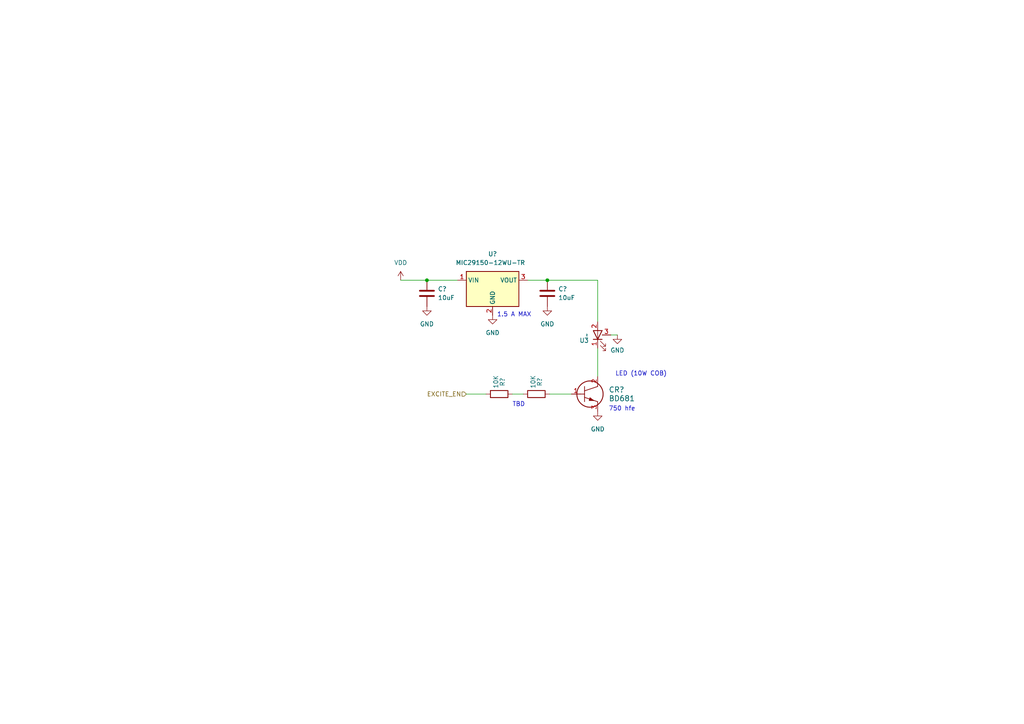
<source format=kicad_sch>
(kicad_sch (version 20230121) (generator eeschema)
  (paper "A4")
  (lib_symbols
    (symbol "Device:C" (pin_numbers hide) (pin_names (offset 0.254))
      (property "Reference" "C" (at 0.635 2.54 0))
      (property "Value" "C" (at 0.635 -2.54 0))
      (symbol "C_0_1"
        (polyline (pts (xy -2.032 -0.762) (xy 2.032 -0.762)) (stroke (width 0.508)))
        (polyline (pts (xy -2.032 0.762) (xy 2.032 0.762)) (stroke (width 0.508)))
      )
      (symbol "C_1_1"
        (pin passive line (at 0 3.81 270) (length 2.794) (name "~") (number "1"))
        (pin passive line (at 0 -3.81 90) (length 2.794) (name "~") (number "2"))
      )
    )
    (symbol "Device:R" (pin_numbers hide) (pin_names (offset 0))
      (property "Reference" "R" (at 2.032 0 90))
      (property "Value" "R" (at 0 0 90))
      (symbol "R_0_1"
        (rectangle (start -1.016 -2.54) (end 1.016 2.54) (stroke (width 0.254)))
      )
      (symbol "R_1_1"
        (pin passive line (at 0 3.81 270) (length 1.27) (name "~") (number "1"))
        (pin passive line (at 0 -3.81 90) (length 1.27) (name "~") (number "2"))
      )
    )
    (symbol "ldo:MIC29150-12WU"
      (property "Reference" "U" (at 0 0 0))
      (symbol "MIC29150-12WU_1_1"
        (rectangle (start -6.985 -1.27) (end 8.255 -11.43) (stroke (width 0.254)) (fill (type background)))
        (pin power_in line (at -9.525 -3.81 0) (length 2.54) (name "VIN") (number "1"))
        (pin power_in line (at 0.635 -13.97 90) (length 2.54) (name "GND") (number "2"))
        (pin power_out line (at 10.795 -3.81 180) (length 2.54) (name "VOUT") (number "3"))
      )
    )
    (symbol "leds:10W_COB"
      (property "Reference" "U" (at 0 0 0))
      (symbol "10W_COB_0_1"
        (polyline (pts (xy -1.27 -4.445) (xy -1.27 -1.905)) (stroke (width 0.254)))
        (polyline (pts (xy -1.27 -3.175) (xy 1.27 -3.175)))
        (polyline (pts (xy 1.27 -4.445) (xy 1.27 -1.905) (xy -1.27 -3.175) (xy 1.27 -4.445)) (stroke (width 0.254)))
        (polyline (pts (xy -3.048 -3.937) (xy -4.572 -5.461) (xy -3.81 -5.461) (xy -4.572 -5.461) (xy -4.572 -4.699)))
        (polyline (pts (xy -1.778 -3.937) (xy -3.302 -5.461) (xy -2.54 -5.461) (xy -3.302 -5.461) (xy -3.302 -4.699)))
      )
      (symbol "10W_COB_1_1"
        (pin passive line (at -3.81 -3.175 0) (length 2.54) (name "") (number "1"))
        (pin passive line (at 3.81 -3.175 180) (length 2.54) (name "") (number "2"))
        (pin passive line (at 0 -6.985 90) (length 2.54) (name "") (number "3"))
      )
    )
    (symbol "power:GND" (power) (pin_names (offset 0))
      (property "Value" "GND" (at 0 -3.81 0))
      (symbol "GND_0_1"
        (polyline (pts (xy 0 0) (xy 0 -1.27) (xy 1.27 -1.27) (xy 0 -2.54) (xy -1.27 -1.27) (xy 0 -1.27)))
      )
      (symbol "GND_1_1"
        (pin power_in line (at 0 0 270) (length 0) hide (name "GND") (number "1"))
      )
    )
    (symbol "power:VDD" (power) (pin_names (offset 0))
      (property "Value" "VDD" (at 0 3.81 0))
      (symbol "VDD_0_1"
        (polyline (pts (xy -0.762 1.27) (xy 0 2.54)))
        (polyline (pts (xy 0 0) (xy 0 2.54)))
        (polyline (pts (xy 0 2.54) (xy 0.762 1.27)))
      )
      (symbol "VDD_1_1"
        (pin power_in line (at 0 0 90) (length 0) hide (name "VDD") (number "1"))
      )
    )
    (symbol "transistors:BD681" (pin_names (offset 0.254))
      (property "Reference" "CR" (at 10.16 2.54 0))
      (property "Value" "BD681" (at 10.16 -2.54 0))
      (symbol "BD681_0_1"
        (polyline (pts (xy 2.54 0) (xy 3.81 0)) (stroke (width 0.2032)))
        (polyline (pts (xy 3.81 -2.2098) (xy 3.81 2.2098)) (stroke (width 0.2032)))
        (polyline (pts (xy 3.81 -0.9398) (xy 7.62 -2.2098)) (stroke (width 0.2032)))
        (polyline (pts (xy 3.81 0.9398) (xy 7.62 2.2098)) (stroke (width 0.2032)))
        (polyline (pts (xy 7.62 -2.54) (xy 7.62 -2.2098)) (stroke (width 0.2032)))
        (polyline (pts (xy 7.62 2.2098) (xy 7.62 2.54)) (stroke (width 0.2032)))
        (polyline (pts (xy 5.3848 -0.9398) (xy 5.08 -1.905) (xy 6.6548 -1.905)) (stroke (width 0.0254)) (fill (type outline)))
        (circle (center 5.3848 0) (radius 3.81) (stroke (width 0.254)))
      )
      (symbol "BD681_1_1"
        (pin input line (at 0 0 0) (length 2.54) (name "") (number "1"))
        (pin input line (at 7.62 5.08 270) (length 2.54) (name "") (number "2"))
        (pin output line (at 7.62 -5.08 90) (length 2.54) (name "") (number "3"))
      )
    )
  )
  (junction (at 158.75 81.28))
  (junction (at 123.825 81.28))
  (wire (pts (xy 173.355 81.28) (xy 173.355 93.345)))
  (wire (pts (xy 153.035 81.28) (xy 158.75 81.28)))
  (wire (pts (xy 159.385 114.3) (xy 165.735 114.3)))
  (wire (pts (xy 177.165 97.155) (xy 179.07 97.155)))
  (wire (pts (xy 123.825 81.28) (xy 132.715 81.28)))
  (wire (pts (xy 116.205 81.28) (xy 123.825 81.28)))
  (wire (pts (xy 173.355 100.965) (xy 173.355 109.22)))
  (wire (pts (xy 158.75 81.28) (xy 173.355 81.28)))
  (wire (pts (xy 148.59 114.3) (xy 151.765 114.3)))
  (wire (pts (xy 140.97 114.3) (xy 135.255 114.3)))
  (text "TBD" (at 148.59 118.11 0) (effects (font (size 1.27 1.27)) (justify left bottom)))
  (text "750 hfe" (at 176.53 119.38 0) (effects (font (size 1.27 1.27)) (justify left bottom)))
  (text "LED (10W COB)" (at 178.435 109.22 0) (effects (font (size 1.27 1.27)) (justify left bottom)))
  (text "1.5 A MAX" (at 144.145 92.075 0) (effects (font (size 1.27 1.27)) (justify left bottom)))
  (hierarchical_label "EXCITE_EN" (shape input) (at 135.255 114.3 180))
  (symbol (lib_id "power:GND") (at 158.75 88.9 0) (unit 1)
    (property "Reference" "#PWR047" (effects hide))
    (property "Value" "GND" (at 158.75 93.98 0))
    (instances (project "phenobottle" (path "" (reference "#PWR047") (unit 1))) (project "excite" (path "" (reference "#PWR024") (unit 1))))
  )
  (symbol (lib_id "power:GND") (at 173.355 119.38 0) (unit 1)
    (property "Reference" "#PWR085" (effects hide))
    (property "Value" "GND" (at 173.355 124.46 0))
    (instances (project "phenobottle" (path "" (reference "#PWR085") (unit 1))) (project "excite" (path "" (reference "#PWR025") (unit 1))))
  )
  (symbol (lib_id "power:GND") (at 142.875 91.44 0) (unit 1)
    (property "Reference" "#PWR03" (effects hide))
    (property "Value" "GND" (at 142.875 96.52 0))
    (instances (project "phenobottle" (path "" (reference "#PWR03") (unit 1))) (project "excite" (path "" (reference "#PWR023") (unit 1))))
  )
  (symbol (lib_id "Device:R") (at 155.575 114.3 90) (unit 1)
    (property "Reference" "R?" (at 156.5275 112.0775 0) (effects (justify left)))
    (property "Value" "10K" (at 154.6225 112.7125 0) (effects (justify left)))
    (property "Footprint" "Resistor_SMD:R_0805_2012Metric" (effects hide))
    (instances (project "phenobottle" (path "" (reference "R?") (unit 1)) (path "" (reference "R?") (unit 1)) (path "" (reference "R?") (unit 1))) (project "excite" (path "" (reference "R3") (unit 1))) (project "u-nit" (path "" (reference "R5") (unit 1))) (project "blackbox" (path "" (reference "R1") (unit 1))))
  )
  (symbol (lib_id "transistors:BD681") (at 165.735 114.3 0) (unit 1)
    (property "Reference" "CR?" (at 176.53 113.03 0) (effects (font (size 1.524 1.524)) (justify left)))
    (property "Value" "BD681" (at 176.53 115.57 0) (effects (font (size 1.524 1.524)) (justify left)))
    (property "Footprint" "transistors:BD681" (effects hide))
    (property "Datasheet" "BD681" (effects hide))
    (instances (project "phenobottle" (path "" (reference "CR?") (unit 1))) (project "excite" (path "" (reference "CR1") (unit 1))))
  )
  (symbol (lib_id "Device:R") (at 144.78 114.3 90) (unit 1)
    (property "Reference" "R?" (at 145.7325 112.0775 0) (effects (justify left)))
    (property "Value" "10K" (at 143.8275 112.7125 0) (effects (justify left)))
    (property "Footprint" "Resistor_SMD:R_0805_2012Metric" (effects hide))
    (instances (project "phenobottle" (path "" (reference "R?") (unit 1)) (path "" (reference "R?") (unit 1)) (path "" (reference "R?") (unit 1))) (project "excite" (path "" (reference "R2") (unit 1))) (project "u-nit" (path "" (reference "R5") (unit 1))) (project "blackbox" (path "" (reference "R1") (unit 1))))
  )
  (symbol (lib_id "power:GND") (at 123.825 88.9 0) (unit 1)
    (property "Reference" "#PWR057" (effects hide))
    (property "Value" "GND" (at 123.825 93.98 0))
    (instances (project "phenobottle" (path "" (reference "#PWR057") (unit 1))) (project "excite" (path "" (reference "#PWR022") (unit 1))))
  )
  (symbol (lib_id "Device:C") (at 158.75 85.09 0) (unit 1)
    (property "Reference" "C?" (at 161.925 83.82 0) (effects (justify left)))
    (property "Value" "10uF" (at 161.925 86.36 0) (effects (justify left)))
    (property "Footprint" "Capacitor_Tantalum_SMD:CP_EIA-7343-15_Kemet-W" (effects hide))
    (property "Part" "TAJD106K050RNJ" (effects hide))
    (instances (project "phenobottle" (path "" (reference "C?") (unit 1)) (path "" (reference "C?") (unit 1))) (project "excite" (path "" (reference "C6") (unit 1))) (project "u-nit" (path "" (reference "C2") (unit 1))) (project "blackbox" (path "" (reference "C4") (unit 1))))
  )
  (symbol (lib_id "ldo:MIC29150-12WU") (at 142.24 77.47 0) (unit 1)
    (property "Reference" "U?" (at 142.875 73.66 0))
    (property "Value" "MIC29150-12WU-TR" (at 142.24 76.2 0))
    (property "Footprint" "ldo:MIC29150-12WU" (effects hide))
    (instances (project "phenobottle" (path "" (reference "U?") (unit 1))) (project "excite" (path "" (reference "U2") (unit 1))))
  )
  (symbol (lib_id "power:VDD") (at 116.205 81.28 0) (unit 1)
    (property "Reference" "#PWR046" (effects hide))
    (property "Value" "VDD" (at 116.205 76.2 0))
    (instances (project "phenobottle" (path "" (reference "#PWR046") (unit 1))) (project "excite" (path "" (reference "#PWR021") (unit 1))))
  )
  (symbol (lib_id "leds:10W_COB") (at 170.18 97.155 90) (unit 1)
    (property "Reference" "U3" (at 170.815 98.7425 90) (effects (justify left)))
    (property "Value" "~" (at 170.18 97.155 0))
    (property "Footprint" "led:10W_COB" (effects hide))
  )
  (symbol (lib_id "Device:C") (at 123.825 85.09 0) (unit 1)
    (property "Reference" "C?" (at 127 83.82 0) (effects (justify left)))
    (property "Value" "10uF" (at 127 86.36 0) (effects (justify left)))
    (property "Footprint" "Capacitor_Tantalum_SMD:CP_EIA-7343-15_Kemet-W" (effects hide))
    (property "Part" "TAJD106K050RNJ" (effects hide))
    (instances (project "phenobottle" (path "" (reference "C?") (unit 1)) (path "" (reference "C?") (unit 1))) (project "excite" (path "" (reference "C5") (unit 1))) (project "u-nit" (path "" (reference "C2") (unit 1))) (project "blackbox" (path "" (reference "C4") (unit 1))))
  )
  (symbol (lib_id "power:GND") (at 179.07 97.155 0) (unit 1)
    (property "Reference" "#PWR026" (effects hide))
    (property "Value" "GND" (at 179.07 101.6 0))
  )
)
</source>
